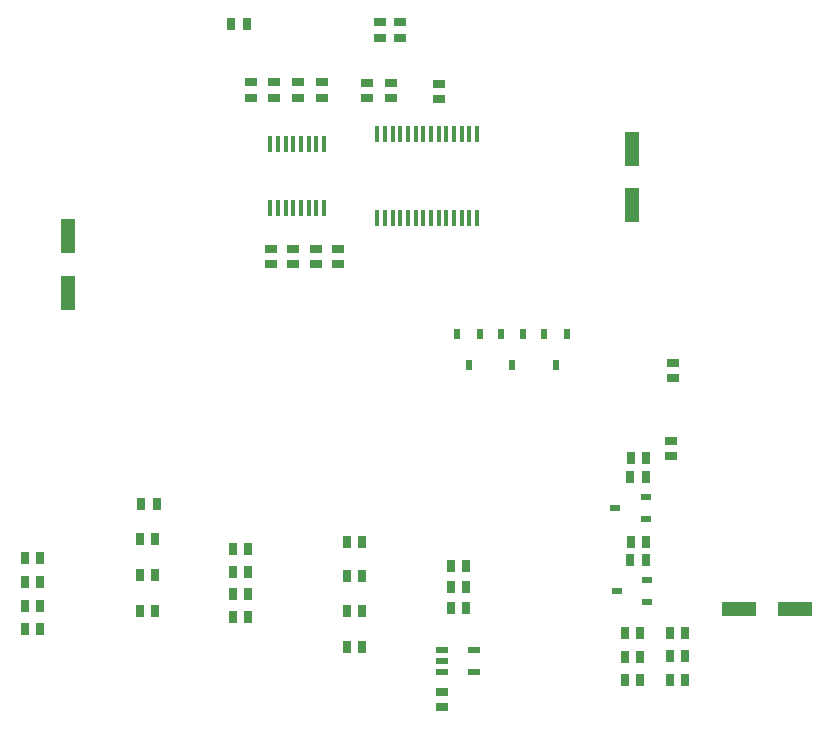
<source format=gtp>
G04*
G04 #@! TF.GenerationSoftware,Altium Limited,Altium Designer,24.8.2 (39)*
G04*
G04 Layer_Color=8421504*
%FSAX44Y44*%
%MOMM*%
G71*
G04*
G04 #@! TF.SameCoordinates,ED335716-89E2-4A76-9CEC-4F5FE7A58361*
G04*
G04*
G04 #@! TF.FilePolarity,Positive*
G04*
G01*
G75*
%ADD15R,1.0000X0.8000*%
%ADD16R,1.2000X3.0000*%
%ADD17R,3.0000X1.2000*%
%ADD18R,0.5500X0.9500*%
%ADD19R,0.8000X1.0000*%
%ADD20R,0.9500X0.5500*%
%ADD21R,1.0000X0.6000*%
%ADD22R,0.3500X1.4000*%
%ADD23R,0.4500X1.4500*%
D15*
X00410210Y00630220D02*
D03*
Y00617220D02*
D03*
X00426720D02*
D03*
Y00630220D02*
D03*
X00657860Y00328930D02*
D03*
Y00341930D02*
D03*
X00656590Y00262590D02*
D03*
Y00275590D02*
D03*
X00462280Y00050500D02*
D03*
Y00063500D02*
D03*
X00374650Y00438450D02*
D03*
Y00425450D02*
D03*
X00355600D02*
D03*
Y00438450D02*
D03*
X00336550Y00425450D02*
D03*
Y00438450D02*
D03*
X00317500D02*
D03*
Y00425450D02*
D03*
X00459740Y00565150D02*
D03*
Y00578150D02*
D03*
X00419100Y00579120D02*
D03*
Y00566120D02*
D03*
X00398780Y00579120D02*
D03*
Y00566120D02*
D03*
X00360680Y00579420D02*
D03*
Y00566420D02*
D03*
X00340360D02*
D03*
Y00579420D02*
D03*
X00320040Y00566420D02*
D03*
Y00579420D02*
D03*
X00300990D02*
D03*
Y00566420D02*
D03*
D16*
X00623570Y00475240D02*
D03*
Y00523240D02*
D03*
X00146050Y00401320D02*
D03*
Y00449320D02*
D03*
D17*
X00713870Y00133350D02*
D03*
X00761870D02*
D03*
D18*
X00485140Y00340060D02*
D03*
X00475640Y00366060D02*
D03*
X00494640D02*
D03*
X00558800Y00340060D02*
D03*
X00549300Y00366060D02*
D03*
X00568300D02*
D03*
X00521970Y00340060D02*
D03*
X00512470Y00366060D02*
D03*
X00531470D02*
D03*
D19*
X00220980Y00222250D02*
D03*
X00207980D02*
D03*
X00219710Y00193040D02*
D03*
X00206710D02*
D03*
X00219710Y00162560D02*
D03*
X00206710D02*
D03*
X00219710Y00132080D02*
D03*
X00206710D02*
D03*
X00394970Y00190500D02*
D03*
X00381970D02*
D03*
X00394970Y00161290D02*
D03*
X00381970D02*
D03*
X00394970Y00132080D02*
D03*
X00381970D02*
D03*
X00394970Y00101600D02*
D03*
X00381970D02*
D03*
X00284180Y00628650D02*
D03*
X00297180D02*
D03*
X00622300Y00261620D02*
D03*
X00635300D02*
D03*
X00622000Y00245110D02*
D03*
X00635000D02*
D03*
X00622300Y00190500D02*
D03*
X00635300D02*
D03*
X00622000Y00175260D02*
D03*
X00635000D02*
D03*
X00668560Y00073410D02*
D03*
X00655560D02*
D03*
Y00093410D02*
D03*
X00668560D02*
D03*
X00655560Y00113410D02*
D03*
X00668560D02*
D03*
X00617460Y00113100D02*
D03*
X00630460D02*
D03*
Y00093100D02*
D03*
X00617460D02*
D03*
Y00073100D02*
D03*
X00630460D02*
D03*
X00469900Y00134620D02*
D03*
X00482900D02*
D03*
Y00152400D02*
D03*
X00469900D02*
D03*
X00483000Y00170000D02*
D03*
X00470000D02*
D03*
X00298750Y00127000D02*
D03*
X00285750D02*
D03*
X00298750Y00146050D02*
D03*
X00285750D02*
D03*
X00298750Y00165100D02*
D03*
X00285750D02*
D03*
X00298750Y00184150D02*
D03*
X00285750D02*
D03*
X00122210Y00116270D02*
D03*
X00109210D02*
D03*
X00122210Y00136270D02*
D03*
X00109210D02*
D03*
X00122210Y00156270D02*
D03*
X00109210D02*
D03*
X00122210Y00176270D02*
D03*
X00109210D02*
D03*
D20*
X00635000Y00209550D02*
D03*
Y00228550D02*
D03*
X00609000Y00219050D02*
D03*
X00636570Y00139090D02*
D03*
Y00158090D02*
D03*
X00610570Y00148590D02*
D03*
D21*
X00490000Y00099000D02*
D03*
Y00080000D02*
D03*
X00463000D02*
D03*
Y00089500D02*
D03*
Y00099000D02*
D03*
D22*
X00362750Y00527000D02*
D03*
X00356250D02*
D03*
X00349750D02*
D03*
X00343250D02*
D03*
X00336750D02*
D03*
X00330250D02*
D03*
X00323750D02*
D03*
X00317250D02*
D03*
X00362750Y00473000D02*
D03*
X00356250D02*
D03*
X00349750D02*
D03*
X00343250D02*
D03*
X00336750D02*
D03*
X00330250D02*
D03*
X00323750D02*
D03*
X00317250D02*
D03*
D23*
X00492250Y00535250D02*
D03*
X00485750D02*
D03*
X00479250D02*
D03*
X00472750D02*
D03*
X00466250D02*
D03*
X00459750D02*
D03*
X00453250D02*
D03*
X00446750D02*
D03*
X00440250D02*
D03*
X00433750D02*
D03*
X00427250D02*
D03*
X00420750D02*
D03*
X00414250D02*
D03*
X00407750D02*
D03*
X00492250Y00464750D02*
D03*
X00485750D02*
D03*
X00479250D02*
D03*
X00472750D02*
D03*
X00466250D02*
D03*
X00459750D02*
D03*
X00453250D02*
D03*
X00446750D02*
D03*
X00440250D02*
D03*
X00433750D02*
D03*
X00427250D02*
D03*
X00420750D02*
D03*
X00414250D02*
D03*
X00407750D02*
D03*
M02*

</source>
